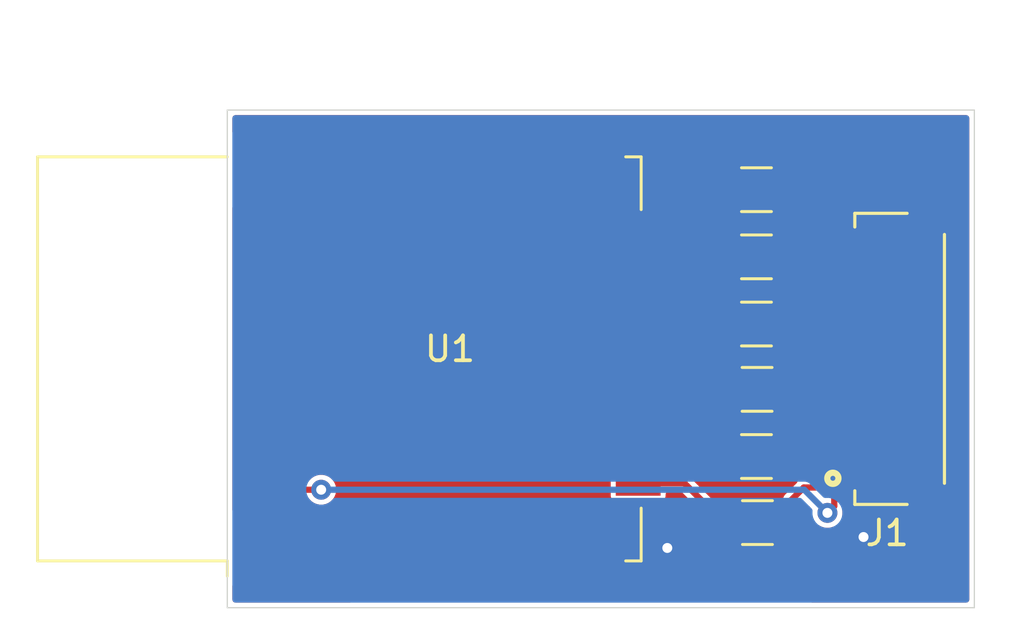
<source format=kicad_pcb>
(kicad_pcb (version 20171130) (host pcbnew "(5.1.6)-1")

  (general
    (thickness 0.8)
    (drawings 4)
    (tracks 61)
    (zones 0)
    (modules 8)
    (nets 17)
  )

  (page A4)
  (layers
    (0 F.Cu signal)
    (31 B.Cu signal)
    (32 B.Adhes user)
    (33 F.Adhes user)
    (34 B.Paste user)
    (35 F.Paste user)
    (36 B.SilkS user)
    (37 F.SilkS user)
    (38 B.Mask user)
    (39 F.Mask user)
    (40 Dwgs.User user)
    (41 Cmts.User user)
    (42 Eco1.User user)
    (43 Eco2.User user)
    (44 Edge.Cuts user)
    (45 Margin user)
    (46 B.CrtYd user)
    (47 F.CrtYd user)
    (48 B.Fab user)
    (49 F.Fab user)
  )

  (setup
    (last_trace_width 0.25)
    (user_trace_width 0.1524)
    (trace_clearance 0.2)
    (zone_clearance 0.1778)
    (zone_45_only no)
    (trace_min 0.1524)
    (via_size 0.8)
    (via_drill 0.4)
    (via_min_size 0.508)
    (via_min_drill 0.254)
    (uvia_size 0.3)
    (uvia_drill 0.1)
    (uvias_allowed no)
    (uvia_min_size 0.2)
    (uvia_min_drill 0.1)
    (edge_width 0.05)
    (segment_width 0.2)
    (pcb_text_width 0.3)
    (pcb_text_size 1.5 1.5)
    (mod_edge_width 0.12)
    (mod_text_size 1 1)
    (mod_text_width 0.15)
    (pad_size 1.524 1.524)
    (pad_drill 0.762)
    (pad_to_mask_clearance 0.05)
    (aux_axis_origin 0 0)
    (visible_elements 7FFFFFFF)
    (pcbplotparams
      (layerselection 0x010fc_ffffffff)
      (usegerberextensions false)
      (usegerberattributes true)
      (usegerberadvancedattributes true)
      (creategerberjobfile true)
      (excludeedgelayer true)
      (linewidth 0.100000)
      (plotframeref false)
      (viasonmask false)
      (mode 1)
      (useauxorigin false)
      (hpglpennumber 1)
      (hpglpenspeed 20)
      (hpglpendiameter 15.000000)
      (psnegative false)
      (psa4output false)
      (plotreference true)
      (plotvalue true)
      (plotinvisibletext false)
      (padsonsilk false)
      (subtractmaskfromsilk false)
      (outputformat 1)
      (mirror false)
      (drillshape 1)
      (scaleselection 1)
      (outputdirectory ""))
  )

  (net 0 "")
  (net 1 GND)
  (net 2 VCC)
  (net 3 "Net-(R1-Pad1)")
  (net 4 "Net-(R2-Pad1)")
  (net 5 "Net-(R3-Pad1)")
  (net 6 "Net-(R4-Pad1)")
  (net 7 "Net-(R5-Pad1)")
  (net 8 "Net-(R6-Pad1)")
  (net 9 /sd_d2)
  (net 10 /sd_d0)
  (net 11 /sd_cmd)
  (net 12 /~rst)
  (net 13 /en)
  (net 14 /sd_clk)
  (net 15 /sd_d1)
  (net 16 /sd_d3)

  (net_class Default "This is the default net class."
    (clearance 0.2)
    (trace_width 0.25)
    (via_dia 0.8)
    (via_drill 0.4)
    (uvia_dia 0.3)
    (uvia_drill 0.1)
    (add_net /en)
    (add_net /sd_clk)
    (add_net /sd_cmd)
    (add_net /sd_d0)
    (add_net /sd_d1)
    (add_net /sd_d2)
    (add_net /sd_d3)
    (add_net /~rst)
    (add_net GND)
    (add_net "Net-(R1-Pad1)")
    (add_net "Net-(R2-Pad1)")
    (add_net "Net-(R3-Pad1)")
    (add_net "Net-(R4-Pad1)")
    (add_net "Net-(R5-Pad1)")
    (add_net "Net-(R6-Pad1)")
    (add_net VCC)
  )

  (module Resistors_SMD:R_0805_HandSoldering (layer F.Cu) (tedit 58E0A804) (tstamp 5EF96F25)
    (at 121.25 83.9)
    (descr "Resistor SMD 0805, hand soldering")
    (tags "resistor 0805")
    (path /5EFACFCB)
    (attr smd)
    (fp_text reference R5 (at 0 -1.7) (layer F.SilkS) hide
      (effects (font (size 1 1) (thickness 0.15)))
    )
    (fp_text value 330 (at 0 1.75) (layer F.Fab)
      (effects (font (size 1 1) (thickness 0.15)))
    )
    (fp_line (start 2.35 0.9) (end -2.35 0.9) (layer F.CrtYd) (width 0.05))
    (fp_line (start 2.35 0.9) (end 2.35 -0.9) (layer F.CrtYd) (width 0.05))
    (fp_line (start -2.35 -0.9) (end -2.35 0.9) (layer F.CrtYd) (width 0.05))
    (fp_line (start -2.35 -0.9) (end 2.35 -0.9) (layer F.CrtYd) (width 0.05))
    (fp_line (start -0.6 -0.88) (end 0.6 -0.88) (layer F.SilkS) (width 0.12))
    (fp_line (start 0.6 0.88) (end -0.6 0.88) (layer F.SilkS) (width 0.12))
    (fp_line (start -1 -0.62) (end 1 -0.62) (layer F.Fab) (width 0.1))
    (fp_line (start 1 -0.62) (end 1 0.62) (layer F.Fab) (width 0.1))
    (fp_line (start 1 0.62) (end -1 0.62) (layer F.Fab) (width 0.1))
    (fp_line (start -1 0.62) (end -1 -0.62) (layer F.Fab) (width 0.1))
    (fp_text user %R (at 0 0) (layer F.Fab)
      (effects (font (size 0.5 0.5) (thickness 0.075)))
    )
    (pad 2 smd rect (at 1.35 0) (size 1.5 1.3) (layers F.Cu F.Paste F.Mask)
      (net 15 /sd_d1))
    (pad 1 smd rect (at -1.35 0) (size 1.5 1.3) (layers F.Cu F.Paste F.Mask)
      (net 7 "Net-(R5-Pad1)"))
    (model ${KISYS3DMOD}/Resistors_SMD.3dshapes/R_0805.wrl
      (at (xyz 0 0 0))
      (scale (xyz 1 1 1))
      (rotate (xyz 0 0 0))
    )
  )

  (module digikey:MOLEX_5034802000 (layer F.Cu) (tedit 5EF904F4) (tstamp 5EF96EBF)
    (at 125.5 88 90)
    (path /5EF97B3B)
    (fp_text reference J1 (at -7 1 180) (layer F.SilkS)
      (effects (font (size 1 1) (thickness 0.15)))
    )
    (fp_text value 5034802000 (at 7.874 5.461 90) (layer F.Fab)
      (effects (font (size 1.4 1.4) (thickness 0.015)))
    )
    (fp_line (start 5.85 -0.3) (end -5.85 -0.3) (layer F.Fab) (width 0.127))
    (fp_line (start -5.85 -0.3) (end -5.85 3.3) (layer F.Fab) (width 0.127))
    (fp_line (start -5.85 3.3) (end 5.85 3.3) (layer F.Fab) (width 0.127))
    (fp_line (start 5.85 3.3) (end 5.85 -0.3) (layer F.Fab) (width 0.127))
    (fp_line (start -5.3 -0.3) (end -5.85 -0.3) (layer F.SilkS) (width 0.127))
    (fp_line (start -5.85 -0.3) (end -5.85 1.8) (layer F.SilkS) (width 0.127))
    (fp_line (start -5 3.3) (end 5 3.3) (layer F.SilkS) (width 0.127))
    (fp_line (start 5.3 -0.3) (end 5.85 -0.3) (layer F.SilkS) (width 0.127))
    (fp_line (start 5.85 -0.3) (end 5.85 1.8) (layer F.SilkS) (width 0.127))
    (fp_circle (center -4.8 -1.181) (end -4.7 -1.181) (layer F.SilkS) (width 0.25))
    (fp_circle (center -4.8 -1.181) (end -4.7 -1.181) (layer F.Fab) (width 0.25))
    (fp_line (start -6.1 -0.95) (end 6.1 -0.95) (layer F.CrtYd) (width 0.05))
    (fp_line (start 6.1 -0.95) (end 6.1 3.55) (layer F.CrtYd) (width 0.05))
    (fp_line (start 6.1 3.55) (end -6.1 3.55) (layer F.CrtYd) (width 0.05))
    (fp_line (start -6.1 3.55) (end -6.1 -0.95) (layer F.CrtYd) (width 0.05))
    (fp_line (start 5.85 -0.7) (end -5.85 -0.7) (layer F.Fab) (width 0.127))
    (fp_line (start -5.85 -0.3) (end -5.85 -0.7) (layer F.Fab) (width 0.127))
    (fp_line (start 5.85 -0.3) (end 5.85 -0.7) (layer F.Fab) (width 0.127))
    (pad 10 smd rect (at -0.25 0 90) (size 0.3 0.7) (layers F.Cu F.Paste F.Mask)
      (net 9 /sd_d2))
    (pad 11 smd rect (at 0.25 0 90) (size 0.3 0.7) (layers F.Cu F.Paste F.Mask)
      (net 1 GND))
    (pad 9 smd rect (at -0.75 0 90) (size 0.3 0.7) (layers F.Cu F.Paste F.Mask)
      (net 1 GND))
    (pad 8 smd rect (at -1.25 0 90) (size 0.3 0.7) (layers F.Cu F.Paste F.Mask)
      (net 10 /sd_d0))
    (pad 6 smd rect (at -2.25 0 90) (size 0.3 0.7) (layers F.Cu F.Paste F.Mask)
      (net 11 /sd_cmd))
    (pad 7 smd rect (at -1.75 0 90) (size 0.3 0.7) (layers F.Cu F.Paste F.Mask)
      (net 1 GND))
    (pad 5 smd rect (at -2.75 0 90) (size 0.3 0.7) (layers F.Cu F.Paste F.Mask)
      (net 1 GND))
    (pad 4 smd rect (at -3.25 0 90) (size 0.3 0.7) (layers F.Cu F.Paste F.Mask)
      (net 12 /~rst))
    (pad 2 smd rect (at -4.25 0 90) (size 0.3 0.7) (layers F.Cu F.Paste F.Mask)
      (net 13 /en))
    (pad 3 smd rect (at -3.75 0 90) (size 0.3 0.7) (layers F.Cu F.Paste F.Mask)
      (net 1 GND))
    (pad 1 smd rect (at -4.75 0 90) (size 0.3 0.7) (layers F.Cu F.Paste F.Mask)
      (net 2 VCC))
    (pad 20 smd rect (at 4.75 0 90) (size 0.3 0.7) (layers F.Cu F.Paste F.Mask))
    (pad 19 smd rect (at 4.25 0 90) (size 0.3 0.7) (layers F.Cu F.Paste F.Mask)
      (net 1 GND))
    (pad 18 smd rect (at 3.75 0 90) (size 0.3 0.7) (layers F.Cu F.Paste F.Mask)
      (net 14 /sd_clk))
    (pad 16 smd rect (at 2.75 0 90) (size 0.3 0.7) (layers F.Cu F.Paste F.Mask)
      (net 15 /sd_d1))
    (pad 17 smd rect (at 3.25 0 90) (size 0.3 0.7) (layers F.Cu F.Paste F.Mask)
      (net 1 GND))
    (pad 15 smd rect (at 2.25 0 90) (size 0.3 0.7) (layers F.Cu F.Paste F.Mask)
      (net 1 GND))
    (pad 14 smd rect (at 1.75 0 90) (size 0.3 0.7) (layers F.Cu F.Paste F.Mask)
      (net 16 /sd_d3))
    (pad 12 smd rect (at 0.75 0 90) (size 0.3 0.7) (layers F.Cu F.Paste F.Mask))
    (pad 13 smd rect (at 1.25 0 90) (size 0.3 0.7) (layers F.Cu F.Paste F.Mask)
      (net 1 GND))
    (pad S1 smd rect (at -5.54 2.65 90) (size 0.3 1) (layers F.Cu F.Paste F.Mask)
      (net 1 GND))
    (pad S2 smd rect (at 5.54 2.65 90) (size 0.3 1) (layers F.Cu F.Paste F.Mask)
      (net 1 GND))
    (model C:/cygwin64/home/PAUL/kicad/5034802000.stp
      (offset (xyz 0 -3 0))
      (scale (xyz 1 1 1))
      (rotate (xyz -90 0 0))
    )
  )

  (module Resistors_SMD:R_0805_HandSoldering (layer F.Cu) (tedit 58E0A804) (tstamp 5EF96D96)
    (at 121.29 94.58)
    (descr "Resistor SMD 0805, hand soldering")
    (tags "resistor 0805")
    (path /5EFA075C)
    (attr smd)
    (fp_text reference R1 (at 0 -1.7) (layer F.SilkS) hide
      (effects (font (size 1 1) (thickness 0.15)))
    )
    (fp_text value 330 (at 0 1.75) (layer F.Fab)
      (effects (font (size 1 1) (thickness 0.15)))
    )
    (fp_line (start 2.35 0.9) (end -2.35 0.9) (layer F.CrtYd) (width 0.05))
    (fp_line (start 2.35 0.9) (end 2.35 -0.9) (layer F.CrtYd) (width 0.05))
    (fp_line (start -2.35 -0.9) (end -2.35 0.9) (layer F.CrtYd) (width 0.05))
    (fp_line (start -2.35 -0.9) (end 2.35 -0.9) (layer F.CrtYd) (width 0.05))
    (fp_line (start -0.6 -0.88) (end 0.6 -0.88) (layer F.SilkS) (width 0.12))
    (fp_line (start 0.6 0.88) (end -0.6 0.88) (layer F.SilkS) (width 0.12))
    (fp_line (start -1 -0.62) (end 1 -0.62) (layer F.Fab) (width 0.1))
    (fp_line (start 1 -0.62) (end 1 0.62) (layer F.Fab) (width 0.1))
    (fp_line (start 1 0.62) (end -1 0.62) (layer F.Fab) (width 0.1))
    (fp_line (start -1 0.62) (end -1 -0.62) (layer F.Fab) (width 0.1))
    (fp_text user %R (at 0 0) (layer F.Fab)
      (effects (font (size 0.5 0.5) (thickness 0.075)))
    )
    (pad 2 smd rect (at 1.35 0) (size 1.5 1.3) (layers F.Cu F.Paste F.Mask)
      (net 11 /sd_cmd))
    (pad 1 smd rect (at -1.35 0) (size 1.5 1.3) (layers F.Cu F.Paste F.Mask)
      (net 3 "Net-(R1-Pad1)"))
    (model ${KISYS3DMOD}/Resistors_SMD.3dshapes/R_0805.wrl
      (at (xyz 0 0 0))
      (scale (xyz 1 1 1))
      (rotate (xyz 0 0 0))
    )
  )

  (module Resistors_SMD:R_0805_HandSoldering (layer F.Cu) (tedit 58E0A804) (tstamp 5EF96D36)
    (at 121.25 91.925)
    (descr "Resistor SMD 0805, hand soldering")
    (tags "resistor 0805")
    (path /5EFAADFA)
    (attr smd)
    (fp_text reference R2 (at 0 -1.7) (layer F.SilkS) hide
      (effects (font (size 1 1) (thickness 0.15)))
    )
    (fp_text value 330 (at 0 1.75) (layer F.Fab)
      (effects (font (size 1 1) (thickness 0.15)))
    )
    (fp_line (start -1 0.62) (end -1 -0.62) (layer F.Fab) (width 0.1))
    (fp_line (start 1 0.62) (end -1 0.62) (layer F.Fab) (width 0.1))
    (fp_line (start 1 -0.62) (end 1 0.62) (layer F.Fab) (width 0.1))
    (fp_line (start -1 -0.62) (end 1 -0.62) (layer F.Fab) (width 0.1))
    (fp_line (start 0.6 0.88) (end -0.6 0.88) (layer F.SilkS) (width 0.12))
    (fp_line (start -0.6 -0.88) (end 0.6 -0.88) (layer F.SilkS) (width 0.12))
    (fp_line (start -2.35 -0.9) (end 2.35 -0.9) (layer F.CrtYd) (width 0.05))
    (fp_line (start -2.35 -0.9) (end -2.35 0.9) (layer F.CrtYd) (width 0.05))
    (fp_line (start 2.35 0.9) (end 2.35 -0.9) (layer F.CrtYd) (width 0.05))
    (fp_line (start 2.35 0.9) (end -2.35 0.9) (layer F.CrtYd) (width 0.05))
    (fp_text user %R (at 0 0) (layer F.Fab)
      (effects (font (size 0.5 0.5) (thickness 0.075)))
    )
    (pad 1 smd rect (at -1.35 0) (size 1.5 1.3) (layers F.Cu F.Paste F.Mask)
      (net 4 "Net-(R2-Pad1)"))
    (pad 2 smd rect (at 1.35 0) (size 1.5 1.3) (layers F.Cu F.Paste F.Mask)
      (net 10 /sd_d0))
    (model ${KISYS3DMOD}/Resistors_SMD.3dshapes/R_0805.wrl
      (at (xyz 0 0 0))
      (scale (xyz 1 1 1))
      (rotate (xyz 0 0 0))
    )
  )

  (module Resistors_SMD:R_0805_HandSoldering (layer F.Cu) (tedit 58E0A804) (tstamp 5EF96D06)
    (at 121.275 89.225)
    (descr "Resistor SMD 0805, hand soldering")
    (tags "resistor 0805")
    (path /5EFABE51)
    (attr smd)
    (fp_text reference R3 (at 0 -1.7) (layer F.SilkS) hide
      (effects (font (size 1 1) (thickness 0.15)))
    )
    (fp_text value 330 (at 0 1.75) (layer F.Fab)
      (effects (font (size 1 1) (thickness 0.15)))
    )
    (fp_line (start 2.35 0.9) (end -2.35 0.9) (layer F.CrtYd) (width 0.05))
    (fp_line (start 2.35 0.9) (end 2.35 -0.9) (layer F.CrtYd) (width 0.05))
    (fp_line (start -2.35 -0.9) (end -2.35 0.9) (layer F.CrtYd) (width 0.05))
    (fp_line (start -2.35 -0.9) (end 2.35 -0.9) (layer F.CrtYd) (width 0.05))
    (fp_line (start -0.6 -0.88) (end 0.6 -0.88) (layer F.SilkS) (width 0.12))
    (fp_line (start 0.6 0.88) (end -0.6 0.88) (layer F.SilkS) (width 0.12))
    (fp_line (start -1 -0.62) (end 1 -0.62) (layer F.Fab) (width 0.1))
    (fp_line (start 1 -0.62) (end 1 0.62) (layer F.Fab) (width 0.1))
    (fp_line (start 1 0.62) (end -1 0.62) (layer F.Fab) (width 0.1))
    (fp_line (start -1 0.62) (end -1 -0.62) (layer F.Fab) (width 0.1))
    (fp_text user %R (at 0 0) (layer F.Fab)
      (effects (font (size 0.5 0.5) (thickness 0.075)))
    )
    (pad 2 smd rect (at 1.35 0) (size 1.5 1.3) (layers F.Cu F.Paste F.Mask)
      (net 9 /sd_d2))
    (pad 1 smd rect (at -1.35 0) (size 1.5 1.3) (layers F.Cu F.Paste F.Mask)
      (net 5 "Net-(R3-Pad1)"))
    (model ${KISYS3DMOD}/Resistors_SMD.3dshapes/R_0805.wrl
      (at (xyz 0 0 0))
      (scale (xyz 1 1 1))
      (rotate (xyz 0 0 0))
    )
  )

  (module Resistors_SMD:R_0805_HandSoldering (layer F.Cu) (tedit 58E0A804) (tstamp 5EF96DC6)
    (at 121.25 86.6)
    (descr "Resistor SMD 0805, hand soldering")
    (tags "resistor 0805")
    (path /5EFACFC0)
    (attr smd)
    (fp_text reference R4 (at 0 -1.7) (layer F.SilkS) hide
      (effects (font (size 1 1) (thickness 0.15)))
    )
    (fp_text value 330 (at 0 1.75) (layer F.Fab)
      (effects (font (size 1 1) (thickness 0.15)))
    )
    (fp_line (start -1 0.62) (end -1 -0.62) (layer F.Fab) (width 0.1))
    (fp_line (start 1 0.62) (end -1 0.62) (layer F.Fab) (width 0.1))
    (fp_line (start 1 -0.62) (end 1 0.62) (layer F.Fab) (width 0.1))
    (fp_line (start -1 -0.62) (end 1 -0.62) (layer F.Fab) (width 0.1))
    (fp_line (start 0.6 0.88) (end -0.6 0.88) (layer F.SilkS) (width 0.12))
    (fp_line (start -0.6 -0.88) (end 0.6 -0.88) (layer F.SilkS) (width 0.12))
    (fp_line (start -2.35 -0.9) (end 2.35 -0.9) (layer F.CrtYd) (width 0.05))
    (fp_line (start -2.35 -0.9) (end -2.35 0.9) (layer F.CrtYd) (width 0.05))
    (fp_line (start 2.35 0.9) (end 2.35 -0.9) (layer F.CrtYd) (width 0.05))
    (fp_line (start 2.35 0.9) (end -2.35 0.9) (layer F.CrtYd) (width 0.05))
    (fp_text user %R (at 0 0) (layer F.Fab)
      (effects (font (size 0.5 0.5) (thickness 0.075)))
    )
    (pad 1 smd rect (at -1.35 0) (size 1.5 1.3) (layers F.Cu F.Paste F.Mask)
      (net 6 "Net-(R4-Pad1)"))
    (pad 2 smd rect (at 1.35 0) (size 1.5 1.3) (layers F.Cu F.Paste F.Mask)
      (net 16 /sd_d3))
    (model ${KISYS3DMOD}/Resistors_SMD.3dshapes/R_0805.wrl
      (at (xyz 0 0 0))
      (scale (xyz 1 1 1))
      (rotate (xyz 0 0 0))
    )
  )

  (module Resistors_SMD:R_0805_HandSoldering (layer F.Cu) (tedit 58E0A804) (tstamp 5EF9716C)
    (at 121.25 81.2)
    (descr "Resistor SMD 0805, hand soldering")
    (tags "resistor 0805")
    (path /5EFACFD6)
    (attr smd)
    (fp_text reference R6 (at 0 -1.7) (layer F.SilkS) hide
      (effects (font (size 1 1) (thickness 0.15)))
    )
    (fp_text value 330 (at 0 1.75) (layer F.Fab)
      (effects (font (size 1 1) (thickness 0.15)))
    )
    (fp_line (start -1 0.62) (end -1 -0.62) (layer F.Fab) (width 0.1))
    (fp_line (start 1 0.62) (end -1 0.62) (layer F.Fab) (width 0.1))
    (fp_line (start 1 -0.62) (end 1 0.62) (layer F.Fab) (width 0.1))
    (fp_line (start -1 -0.62) (end 1 -0.62) (layer F.Fab) (width 0.1))
    (fp_line (start 0.6 0.88) (end -0.6 0.88) (layer F.SilkS) (width 0.12))
    (fp_line (start -0.6 -0.88) (end 0.6 -0.88) (layer F.SilkS) (width 0.12))
    (fp_line (start -2.35 -0.9) (end 2.35 -0.9) (layer F.CrtYd) (width 0.05))
    (fp_line (start -2.35 -0.9) (end -2.35 0.9) (layer F.CrtYd) (width 0.05))
    (fp_line (start 2.35 0.9) (end 2.35 -0.9) (layer F.CrtYd) (width 0.05))
    (fp_line (start 2.35 0.9) (end -2.35 0.9) (layer F.CrtYd) (width 0.05))
    (fp_text user %R (at 0 0) (layer F.Fab)
      (effects (font (size 0.5 0.5) (thickness 0.075)))
    )
    (pad 1 smd rect (at -1.35 0) (size 1.5 1.3) (layers F.Cu F.Paste F.Mask)
      (net 8 "Net-(R6-Pad1)"))
    (pad 2 smd rect (at 1.35 0) (size 1.5 1.3) (layers F.Cu F.Paste F.Mask)
      (net 14 /sd_clk))
    (model ${KISYS3DMOD}/Resistors_SMD.3dshapes/R_0805.wrl
      (at (xyz 0 0 0))
      (scale (xyz 1 1 1))
      (rotate (xyz 0 0 0))
    )
  )

  (module RF_module:ESP-12E (layer F.Cu) (tedit 59E32322) (tstamp 5EFA77F4)
    (at 104.5 88 90)
    (descr "Wi-Fi Module, http://wiki.ai-thinker.com/_media/esp8266/docs/aithinker_esp_12f_datasheet_en.pdf")
    (tags "Wi-Fi Module")
    (path /5EFB64BC)
    (attr smd)
    (fp_text reference U1 (at 0.4 4.44 180) (layer F.SilkS)
      (effects (font (size 1 1) (thickness 0.15)))
    )
    (fp_text value ESP-12F (at -0.06 -12.78 90) (layer F.Fab)
      (effects (font (size 1 1) (thickness 0.15)))
    )
    (fp_line (start 5.56 -4.8) (end 8.12 -7.36) (layer Dwgs.User) (width 0.12))
    (fp_line (start 2.56 -4.8) (end 8.12 -10.36) (layer Dwgs.User) (width 0.12))
    (fp_line (start -0.44 -4.8) (end 6.88 -12.12) (layer Dwgs.User) (width 0.12))
    (fp_line (start -3.44 -4.8) (end 3.88 -12.12) (layer Dwgs.User) (width 0.12))
    (fp_line (start -6.44 -4.8) (end 0.88 -12.12) (layer Dwgs.User) (width 0.12))
    (fp_line (start -8.12 -6.12) (end -2.12 -12.12) (layer Dwgs.User) (width 0.12))
    (fp_line (start -8.12 -9.12) (end -5.12 -12.12) (layer Dwgs.User) (width 0.12))
    (fp_line (start -8.12 -4.8) (end -8.12 -12.12) (layer Dwgs.User) (width 0.12))
    (fp_line (start 8.12 -4.8) (end -8.12 -4.8) (layer Dwgs.User) (width 0.12))
    (fp_line (start 8.12 -12.12) (end 8.12 -4.8) (layer Dwgs.User) (width 0.12))
    (fp_line (start -8.12 -12.12) (end 8.12 -12.12) (layer Dwgs.User) (width 0.12))
    (fp_line (start -8.12 -4.5) (end -8.73 -4.5) (layer F.SilkS) (width 0.12))
    (fp_line (start -8.12 -4.5) (end -8.12 -12.12) (layer F.SilkS) (width 0.12))
    (fp_line (start -8.12 12.12) (end -8.12 11.5) (layer F.SilkS) (width 0.12))
    (fp_line (start -6 12.12) (end -8.12 12.12) (layer F.SilkS) (width 0.12))
    (fp_line (start 8.12 12.12) (end 6 12.12) (layer F.SilkS) (width 0.12))
    (fp_line (start 8.12 11.5) (end 8.12 12.12) (layer F.SilkS) (width 0.12))
    (fp_line (start 8.12 -12.12) (end 8.12 -4.5) (layer F.SilkS) (width 0.12))
    (fp_line (start -8.12 -12.12) (end 8.12 -12.12) (layer F.SilkS) (width 0.12))
    (fp_line (start -9.05 13.1) (end -9.05 -12.2) (layer F.CrtYd) (width 0.05))
    (fp_line (start 9.05 13.1) (end -9.05 13.1) (layer F.CrtYd) (width 0.05))
    (fp_line (start 9.05 -12.2) (end 9.05 13.1) (layer F.CrtYd) (width 0.05))
    (fp_line (start -9.05 -12.2) (end 9.05 -12.2) (layer F.CrtYd) (width 0.05))
    (fp_line (start -8 -4) (end -8 -12) (layer F.Fab) (width 0.12))
    (fp_line (start -7.5 -3.5) (end -8 -4) (layer F.Fab) (width 0.12))
    (fp_line (start -8 -3) (end -7.5 -3.5) (layer F.Fab) (width 0.12))
    (fp_line (start -8 12) (end -8 -3) (layer F.Fab) (width 0.12))
    (fp_line (start 8 12) (end -8 12) (layer F.Fab) (width 0.12))
    (fp_line (start 8 -12) (end 8 12) (layer F.Fab) (width 0.12))
    (fp_line (start -8 -12) (end 8 -12) (layer F.Fab) (width 0.12))
    (fp_text user %R (at 0.49 -0.8 90) (layer F.Fab)
      (effects (font (size 1 1) (thickness 0.15)))
    )
    (fp_text user "KEEP-OUT ZONE" (at 0.03 -9.55 270) (layer Cmts.User)
      (effects (font (size 1 1) (thickness 0.15)))
    )
    (fp_text user Antenna (at -0.06 -7 270) (layer Cmts.User)
      (effects (font (size 1 1) (thickness 0.15)))
    )
    (pad 22 smd rect (at 7.6 -3.5 90) (size 2.5 1) (layers F.Cu F.Paste F.Mask))
    (pad 21 smd rect (at 7.6 -1.5 90) (size 2.5 1) (layers F.Cu F.Paste F.Mask))
    (pad 20 smd rect (at 7.6 0.5 90) (size 2.5 1) (layers F.Cu F.Paste F.Mask))
    (pad 19 smd rect (at 7.6 2.5 90) (size 2.5 1) (layers F.Cu F.Paste F.Mask))
    (pad 18 smd rect (at 7.6 4.5 90) (size 2.5 1) (layers F.Cu F.Paste F.Mask))
    (pad 17 smd rect (at 7.6 6.5 90) (size 2.5 1) (layers F.Cu F.Paste F.Mask))
    (pad 16 smd rect (at 7.6 8.5 90) (size 2.5 1) (layers F.Cu F.Paste F.Mask))
    (pad 15 smd rect (at 7.6 10.5 90) (size 2.5 1) (layers F.Cu F.Paste F.Mask)
      (net 1 GND))
    (pad 14 smd rect (at 5 12 90) (size 1 1.8) (layers F.Cu F.Paste F.Mask)
      (net 8 "Net-(R6-Pad1)"))
    (pad 13 smd rect (at 3 12 90) (size 1 1.8) (layers F.Cu F.Paste F.Mask)
      (net 7 "Net-(R5-Pad1)"))
    (pad 12 smd rect (at 1 12 90) (size 1 1.8) (layers F.Cu F.Paste F.Mask)
      (net 6 "Net-(R4-Pad1)"))
    (pad 11 smd rect (at -1 12 90) (size 1 1.8) (layers F.Cu F.Paste F.Mask)
      (net 5 "Net-(R3-Pad1)"))
    (pad 10 smd rect (at -3 12 90) (size 1 1.8) (layers F.Cu F.Paste F.Mask)
      (net 4 "Net-(R2-Pad1)"))
    (pad 9 smd rect (at -5 12 90) (size 1 1.8) (layers F.Cu F.Paste F.Mask)
      (net 3 "Net-(R1-Pad1)"))
    (pad 8 smd rect (at -7.6 10.5 90) (size 2.5 1) (layers F.Cu F.Paste F.Mask)
      (net 2 VCC))
    (pad 7 smd rect (at -7.6 8.5 90) (size 2.5 1) (layers F.Cu F.Paste F.Mask))
    (pad 6 smd rect (at -7.6 6.5 90) (size 2.5 1) (layers F.Cu F.Paste F.Mask))
    (pad 5 smd rect (at -7.6 4.5 90) (size 2.5 1) (layers F.Cu F.Paste F.Mask))
    (pad 4 smd rect (at -7.6 2.5 90) (size 2.5 1) (layers F.Cu F.Paste F.Mask))
    (pad 3 smd rect (at -7.6 0.5 90) (size 2.5 1) (layers F.Cu F.Paste F.Mask)
      (net 13 /en))
    (pad 2 smd rect (at -7.6 -1.5 90) (size 2.5 1) (layers F.Cu F.Paste F.Mask))
    (pad 1 smd rect (at -7.6 -3.5 90) (size 2.5 1) (layers F.Cu F.Paste F.Mask)
      (net 12 /~rst))
    (model ${KISYS3DMOD}/RF_Modules.3dshapes/ESP-12E.wrl
      (at (xyz 0 0 0))
      (scale (xyz 1 1 1))
      (rotate (xyz 0 0 0))
    )
    (model ${KISYS3DMOD}/RF_Module.3dshapes/ESP-12E.wrl
      (at (xyz 0 0 0))
      (scale (xyz 1 1 1))
      (rotate (xyz 0 0 0))
    )
  )

  (gr_line (start 100 98) (end 100 78) (layer Edge.Cuts) (width 0.05) (tstamp 5EF9743D))
  (gr_line (start 130 98) (end 100 98) (layer Edge.Cuts) (width 0.05))
  (gr_line (start 130 78) (end 130 98) (layer Edge.Cuts) (width 0.05))
  (gr_line (start 100 78) (end 130 78) (layer Edge.Cuts) (width 0.05))

  (segment (start 122.7 88.25) (end 125.5 88.25) (width 0.25) (layer F.Cu) (net 9) (status 20))
  (segment (start 122.625 88.325) (end 122.7 88.25) (width 0.25) (layer F.Cu) (net 9))
  (segment (start 122.625 89.225) (end 122.625 88.325) (width 0.25) (layer F.Cu) (net 9) (status 10))
  (segment (start 122.6 91.564998) (end 124.914998 89.25) (width 0.25) (layer F.Cu) (net 10) (status 10))
  (segment (start 124.914998 89.25) (end 125.5 89.25) (width 0.25) (layer F.Cu) (net 10) (status 20))
  (segment (start 122.6 91.925) (end 122.6 91.564998) (width 0.25) (layer F.Cu) (net 10) (status 30))
  (segment (start 122.64 93.68) (end 123.15 93.17) (width 0.25) (layer F.Cu) (net 11))
  (segment (start 122.64 94.58) (end 122.64 93.68) (width 0.25) (layer F.Cu) (net 11) (status 10))
  (segment (start 123.924979 93.155021) (end 123.924979 91.235021) (width 0.25) (layer F.Cu) (net 11))
  (segment (start 123.15 93.17) (end 123.91 93.17) (width 0.25) (layer F.Cu) (net 11))
  (segment (start 123.91 93.17) (end 123.924979 93.155021) (width 0.25) (layer F.Cu) (net 11))
  (segment (start 124.91 90.25) (end 125.5 90.25) (width 0.25) (layer F.Cu) (net 11) (status 20))
  (segment (start 123.924979 91.235021) (end 124.91 90.25) (width 0.25) (layer F.Cu) (net 11))
  (segment (start 124.9 91.25) (end 124.374989 91.775011) (width 0.25) (layer F.Cu) (net 12))
  (segment (start 125.5 91.25) (end 124.9 91.25) (width 0.25) (layer F.Cu) (net 12) (status 10))
  (segment (start 124.374989 91.775011) (end 124.374989 93.91501) (width 0.25) (layer F.Cu) (net 12))
  (via (at 124.099999 94.19) (size 0.8) (drill 0.4) (layers F.Cu B.Cu) (net 12))
  (segment (start 124.374989 93.91501) (end 124.099999 94.19) (width 0.25) (layer F.Cu) (net 12))
  (via (at 103.77 93.26) (size 0.8) (drill 0.4) (layers F.Cu B.Cu) (net 12))
  (segment (start 124.099999 94.19) (end 123.169999 93.26) (width 0.25) (layer B.Cu) (net 12))
  (segment (start 123.169999 93.26) (end 103.77 93.26) (width 0.25) (layer B.Cu) (net 12))
  (segment (start 101 94.1) (end 101 95.6) (width 0.25) (layer F.Cu) (net 12) (status 20))
  (segment (start 101.84 93.26) (end 101 94.1) (width 0.25) (layer F.Cu) (net 12))
  (segment (start 103.77 93.26) (end 101.84 93.26) (width 0.25) (layer F.Cu) (net 12))
  (segment (start 105 97.1) (end 105.31 97.41) (width 0.25) (layer F.Cu) (net 13))
  (segment (start 105 95.6) (end 105 97.1) (width 0.25) (layer F.Cu) (net 13) (status 10))
  (segment (start 105.31 97.41) (end 123.1 97.41) (width 0.25) (layer F.Cu) (net 13))
  (segment (start 124.914998 92.25) (end 125.5 92.25) (width 0.25) (layer F.Cu) (net 13) (status 20))
  (segment (start 124.824999 92.339999) (end 124.914998 92.25) (width 0.25) (layer F.Cu) (net 13))
  (segment (start 124.824999 95.685001) (end 124.824999 92.339999) (width 0.25) (layer F.Cu) (net 13))
  (segment (start 123.1 97.41) (end 124.824999 95.685001) (width 0.25) (layer F.Cu) (net 13))
  (via (at 117.67 95.6) (size 0.8) (drill 0.4) (layers F.Cu B.Cu) (net 2))
  (segment (start 115 95.6) (end 117.67 95.6) (width 0.25) (layer F.Cu) (net 2) (status 10))
  (via (at 125.549999 95.16) (size 0.8) (drill 0.4) (layers F.Cu B.Cu) (net 2))
  (segment (start 117.67 95.6) (end 125.109999 95.6) (width 0.25) (layer B.Cu) (net 2))
  (segment (start 125.109999 95.6) (end 125.549999 95.16) (width 0.25) (layer B.Cu) (net 2))
  (segment (start 125.549999 92.799999) (end 125.5 92.75) (width 0.25) (layer F.Cu) (net 2) (status 30))
  (segment (start 125.549999 95.16) (end 125.549999 92.799999) (width 0.25) (layer F.Cu) (net 2) (status 20))
  (segment (start 122.6 83.9) (end 123.38 83.9) (width 0.25) (layer F.Cu) (net 15) (status 10))
  (segment (start 124.73 85.25) (end 125.5 85.25) (width 0.25) (layer F.Cu) (net 15) (status 20))
  (segment (start 123.38 83.9) (end 124.73 85.25) (width 0.25) (layer F.Cu) (net 15))
  (segment (start 122.95 86.25) (end 125.5 86.25) (width 0.25) (layer F.Cu) (net 16) (status 30))
  (segment (start 122.6 86.6) (end 122.95 86.25) (width 0.25) (layer F.Cu) (net 16) (status 30))
  (segment (start 118.36 93) (end 119.94 94.58) (width 0.25) (layer F.Cu) (net 3) (status 20))
  (segment (start 116.5 93) (end 118.36 93) (width 0.25) (layer F.Cu) (net 3) (status 10))
  (segment (start 118.975 91) (end 119.9 91.925) (width 0.25) (layer F.Cu) (net 4) (status 20))
  (segment (start 116.5 91) (end 118.975 91) (width 0.25) (layer F.Cu) (net 4) (status 10))
  (segment (start 119.7 89) (end 119.925 89.225) (width 0.25) (layer F.Cu) (net 5) (status 30))
  (segment (start 116.5 89) (end 119.7 89) (width 0.25) (layer F.Cu) (net 5) (status 30))
  (segment (start 119.5 87) (end 119.9 86.6) (width 0.25) (layer F.Cu) (net 6) (status 30))
  (segment (start 116.5 87) (end 119.5 87) (width 0.25) (layer F.Cu) (net 6) (status 30))
  (segment (start 118.8 85) (end 119.9 83.9) (width 0.25) (layer F.Cu) (net 7) (status 20))
  (segment (start 116.5 85) (end 118.8 85) (width 0.25) (layer F.Cu) (net 7) (status 10))
  (segment (start 116.5 83) (end 116.67 83) (width 0.25) (layer F.Cu) (net 8) (status 30))
  (segment (start 118.47 81.2) (end 119.9 81.2) (width 0.25) (layer F.Cu) (net 8) (status 20))
  (segment (start 116.67 83) (end 118.47 81.2) (width 0.25) (layer F.Cu) (net 8) (status 10))
  (segment (start 122.6 81.2) (end 123.39 81.2) (width 0.25) (layer F.Cu) (net 14) (status 10))
  (segment (start 123.39 81.2) (end 124.28 82.09) (width 0.25) (layer F.Cu) (net 14))
  (segment (start 124.914998 84.25) (end 125.5 84.25) (width 0.25) (layer F.Cu) (net 14) (status 20))
  (segment (start 124.28 83.615002) (end 124.914998 84.25) (width 0.25) (layer F.Cu) (net 14))
  (segment (start 124.28 82.09) (end 124.28 83.615002) (width 0.25) (layer F.Cu) (net 14))

  (zone (net 1) (net_name GND) (layer F.Cu) (tstamp 5EF9893A) (hatch edge 0.508)
    (connect_pads (clearance 0.1778))
    (min_thickness 0.254)
    (fill yes (arc_segments 32) (thermal_gap 0.508) (thermal_bridge_width 0.508))
    (polygon
      (pts
        (xy 132 99) (xy 91 99) (xy 91.5 76.5) (xy 132 76.5)
      )
    )
    (filled_polygon
      (pts
        (xy 129.670201 97.6702) (xy 123.479023 97.6702) (xy 125.128905 96.020319) (xy 125.146158 96.00616) (xy 125.202642 95.937334)
        (xy 125.244613 95.858811) (xy 125.246578 95.852333) (xy 125.254963 95.824691) (xy 125.337941 95.859062) (xy 125.478396 95.887)
        (xy 125.621602 95.887) (xy 125.762057 95.859062) (xy 125.894363 95.804259) (xy 126.013435 95.724698) (xy 126.114697 95.623436)
        (xy 126.194258 95.504364) (xy 126.249061 95.372058) (xy 126.276999 95.231603) (xy 126.276999 95.088397) (xy 126.249061 94.947942)
        (xy 126.194258 94.815636) (xy 126.114697 94.696564) (xy 126.013435 94.595302) (xy 126.001999 94.587661) (xy 126.001999 93.72175)
        (xy 127.015 93.72175) (xy 127.026723 93.826609) (xy 127.06535 93.945579) (xy 127.126445 94.054728) (xy 127.20766 94.14986)
        (xy 127.305874 94.22732) (xy 127.417312 94.284131) (xy 127.537692 94.318111) (xy 127.662388 94.327952) (xy 127.86425 94.325)
        (xy 128.023 94.16625) (xy 128.023 93.563) (xy 128.277 93.563) (xy 128.277 94.16625) (xy 128.43575 94.325)
        (xy 128.637612 94.327952) (xy 128.762308 94.318111) (xy 128.882688 94.284131) (xy 128.994126 94.22732) (xy 129.09234 94.14986)
        (xy 129.173555 94.054728) (xy 129.23465 93.945579) (xy 129.273277 93.826609) (xy 129.285 93.72175) (xy 129.12625 93.563)
        (xy 128.277 93.563) (xy 128.023 93.563) (xy 127.17375 93.563) (xy 127.015 93.72175) (xy 126.001999 93.72175)
        (xy 126.001999 93.35825) (xy 127.015 93.35825) (xy 127.17375 93.517) (xy 128.023 93.517) (xy 128.023 92.91375)
        (xy 128.277 92.91375) (xy 128.277 93.517) (xy 129.12625 93.517) (xy 129.285 93.35825) (xy 129.273277 93.253391)
        (xy 129.23465 93.134421) (xy 129.173555 93.025272) (xy 129.09234 92.93014) (xy 128.994126 92.85268) (xy 128.882688 92.795869)
        (xy 128.762308 92.761889) (xy 128.637612 92.752048) (xy 128.43575 92.755) (xy 128.277 92.91375) (xy 128.023 92.91375)
        (xy 127.86425 92.755) (xy 127.662388 92.752048) (xy 127.537692 92.761889) (xy 127.417312 92.795869) (xy 127.305874 92.85268)
        (xy 127.20766 92.93014) (xy 127.126445 93.025272) (xy 127.06535 93.134421) (xy 127.026723 93.253391) (xy 127.015 93.35825)
        (xy 126.001999 93.35825) (xy 126.001999 93.189536) (xy 126.03255 93.173206) (xy 126.082343 93.132343) (xy 126.123206 93.08255)
        (xy 126.15357 93.025743) (xy 126.172268 92.964103) (xy 126.178582 92.9) (xy 126.178582 92.6) (xy 126.172268 92.535897)
        (xy 126.161379 92.5) (xy 126.172268 92.464103) (xy 126.173869 92.447849) (xy 126.19178 92.438816) (xy 126.29033 92.361785)
        (xy 126.371959 92.267008) (xy 126.433529 92.158127) (xy 126.472675 92.039326) (xy 126.485 91.93175) (xy 126.32625 91.773)
        (xy 125.866061 91.773) (xy 125.85 91.771418) (xy 125.353 91.771418) (xy 125.353 91.728582) (xy 125.85 91.728582)
        (xy 125.866061 91.727) (xy 126.32625 91.727) (xy 126.485 91.56825) (xy 126.472675 91.460674) (xy 126.433529 91.341873)
        (xy 126.381577 91.25) (xy 126.433529 91.158127) (xy 126.472675 91.039326) (xy 126.485 90.93175) (xy 126.32625 90.773)
        (xy 125.866061 90.773) (xy 125.85 90.771418) (xy 125.353 90.771418) (xy 125.353 90.728582) (xy 125.85 90.728582)
        (xy 125.866061 90.727) (xy 126.32625 90.727) (xy 126.485 90.56825) (xy 126.472675 90.460674) (xy 126.433529 90.341873)
        (xy 126.381577 90.25) (xy 126.433529 90.158127) (xy 126.472675 90.039326) (xy 126.485 89.93175) (xy 126.32625 89.773)
        (xy 125.866061 89.773) (xy 125.85 89.771418) (xy 125.353 89.771418) (xy 125.353 89.728582) (xy 125.85 89.728582)
        (xy 125.866061 89.727) (xy 126.32625 89.727) (xy 126.485 89.56825) (xy 126.472675 89.460674) (xy 126.433529 89.341873)
        (xy 126.381577 89.25) (xy 126.433529 89.158127) (xy 126.472675 89.039326) (xy 126.485 88.93175) (xy 126.32625 88.773)
        (xy 125.866061 88.773) (xy 125.85 88.771418) (xy 125.15 88.771418) (xy 125.133939 88.773) (xy 124.67375 88.773)
        (xy 124.515 88.93175) (xy 124.523123 89.002651) (xy 123.703582 89.822192) (xy 123.703582 88.702) (xy 124.64875 88.702)
        (xy 124.67375 88.727) (xy 125.133939 88.727) (xy 125.15 88.728582) (xy 125.85 88.728582) (xy 125.866061 88.727)
        (xy 126.32625 88.727) (xy 126.485 88.56825) (xy 126.472675 88.460674) (xy 126.433529 88.341873) (xy 126.381577 88.25)
        (xy 126.433529 88.158127) (xy 126.472675 88.039326) (xy 126.485 87.93175) (xy 126.32625 87.773) (xy 125.866061 87.773)
        (xy 125.85 87.771418) (xy 125.15 87.771418) (xy 125.133939 87.773) (xy 124.67375 87.773) (xy 124.64875 87.798)
        (xy 122.722204 87.798) (xy 122.699999 87.795813) (xy 122.611393 87.80454) (xy 122.52619 87.830386) (xy 122.447667 87.872357)
        (xy 122.378841 87.928841) (xy 122.364677 87.9461) (xy 122.321096 87.989681) (xy 122.303842 88.003841) (xy 122.256782 88.061184)
        (xy 122.247358 88.072667) (xy 122.205386 88.151191) (xy 122.17954 88.236393) (xy 122.178553 88.246418) (xy 121.875 88.246418)
        (xy 121.810897 88.252732) (xy 121.749257 88.27143) (xy 121.69245 88.301794) (xy 121.642657 88.342657) (xy 121.601794 88.39245)
        (xy 121.57143 88.449257) (xy 121.552732 88.510897) (xy 121.546418 88.575) (xy 121.546418 89.875) (xy 121.552732 89.939103)
        (xy 121.57143 90.000743) (xy 121.601794 90.05755) (xy 121.642657 90.107343) (xy 121.69245 90.148206) (xy 121.749257 90.17857)
        (xy 121.810897 90.197268) (xy 121.875 90.203582) (xy 123.322193 90.203582) (xy 122.579357 90.946418) (xy 121.85 90.946418)
        (xy 121.785897 90.952732) (xy 121.724257 90.97143) (xy 121.66745 91.001794) (xy 121.617657 91.042657) (xy 121.576794 91.09245)
        (xy 121.54643 91.149257) (xy 121.527732 91.210897) (xy 121.521418 91.275) (xy 121.521418 92.575) (xy 121.527732 92.639103)
        (xy 121.54643 92.700743) (xy 121.576794 92.75755) (xy 121.617657 92.807343) (xy 121.66745 92.848206) (xy 121.724257 92.87857)
        (xy 121.785897 92.897268) (xy 121.85 92.903582) (xy 122.777194 92.903582) (xy 122.336096 93.344681) (xy 122.318842 93.358841)
        (xy 122.266735 93.422334) (xy 122.262358 93.427667) (xy 122.220386 93.506191) (xy 122.19454 93.591393) (xy 122.193553 93.601418)
        (xy 121.89 93.601418) (xy 121.825897 93.607732) (xy 121.764257 93.62643) (xy 121.70745 93.656794) (xy 121.657657 93.697657)
        (xy 121.616794 93.74745) (xy 121.58643 93.804257) (xy 121.567732 93.865897) (xy 121.561418 93.93) (xy 121.561418 95.23)
        (xy 121.567732 95.294103) (xy 121.58643 95.355743) (xy 121.616794 95.41255) (xy 121.657657 95.462343) (xy 121.70745 95.503206)
        (xy 121.764257 95.53357) (xy 121.825897 95.552268) (xy 121.89 95.558582) (xy 123.39 95.558582) (xy 123.454103 95.552268)
        (xy 123.515743 95.53357) (xy 123.57255 95.503206) (xy 123.622343 95.462343) (xy 123.663206 95.41255) (xy 123.69357 95.355743)
        (xy 123.712268 95.294103) (xy 123.718582 95.23) (xy 123.718582 94.809501) (xy 123.755635 94.834259) (xy 123.887941 94.889062)
        (xy 124.028396 94.917) (xy 124.171602 94.917) (xy 124.312057 94.889062) (xy 124.372999 94.863819) (xy 124.372999 95.497777)
        (xy 122.912777 96.958) (xy 115.808952 96.958) (xy 115.822268 96.914103) (xy 115.828582 96.85) (xy 115.828582 96.052)
        (xy 117.097661 96.052) (xy 117.105302 96.063436) (xy 117.206564 96.164698) (xy 117.325636 96.244259) (xy 117.457942 96.299062)
        (xy 117.598397 96.327) (xy 117.741603 96.327) (xy 117.882058 96.299062) (xy 118.014364 96.244259) (xy 118.133436 96.164698)
        (xy 118.234698 96.063436) (xy 118.314259 95.944364) (xy 118.369062 95.812058) (xy 118.397 95.671603) (xy 118.397 95.528397)
        (xy 118.369062 95.387942) (xy 118.314259 95.255636) (xy 118.234698 95.136564) (xy 118.133436 95.035302) (xy 118.014364 94.955741)
        (xy 117.882058 94.900938) (xy 117.741603 94.873) (xy 117.598397 94.873) (xy 117.457942 94.900938) (xy 117.325636 94.955741)
        (xy 117.206564 95.035302) (xy 117.105302 95.136564) (xy 117.097661 95.148) (xy 115.828582 95.148) (xy 115.828582 94.35)
        (xy 115.822268 94.285897) (xy 115.80357 94.224257) (xy 115.773206 94.16745) (xy 115.732343 94.117657) (xy 115.68255 94.076794)
        (xy 115.625743 94.04643) (xy 115.564103 94.027732) (xy 115.5 94.021418) (xy 114.5 94.021418) (xy 114.435897 94.027732)
        (xy 114.374257 94.04643) (xy 114.31745 94.076794) (xy 114.267657 94.117657) (xy 114.226794 94.16745) (xy 114.19643 94.224257)
        (xy 114.177732 94.285897) (xy 114.171418 94.35) (xy 114.171418 96.85) (xy 114.177732 96.914103) (xy 114.191048 96.958)
        (xy 113.808952 96.958) (xy 113.822268 96.914103) (xy 113.828582 96.85) (xy 113.828582 94.35) (xy 113.822268 94.285897)
        (xy 113.80357 94.224257) (xy 113.773206 94.16745) (xy 113.732343 94.117657) (xy 113.68255 94.076794) (xy 113.625743 94.04643)
        (xy 113.564103 94.027732) (xy 113.5 94.021418) (xy 112.5 94.021418) (xy 112.435897 94.027732) (xy 112.374257 94.04643)
        (xy 112.31745 94.076794) (xy 112.267657 94.117657) (xy 112.226794 94.16745) (xy 112.19643 94.224257) (xy 112.177732 94.285897)
        (xy 112.171418 94.35) (xy 112.171418 96.85) (xy 112.177732 96.914103) (xy 112.191048 96.958) (xy 111.808952 96.958)
        (xy 111.822268 96.914103) (xy 111.828582 96.85) (xy 111.828582 94.35) (xy 111.822268 94.285897) (xy 111.80357 94.224257)
        (xy 111.773206 94.16745) (xy 111.732343 94.117657) (xy 111.68255 94.076794) (xy 111.625743 94.04643) (xy 111.564103 94.027732)
        (xy 111.5 94.021418) (xy 110.5 94.021418) (xy 110.435897 94.027732) (xy 110.374257 94.04643) (xy 110.31745 94.076794)
        (xy 110.267657 94.117657) (xy 110.226794 94.16745) (xy 110.19643 94.224257) (xy 110.177732 94.285897) (xy 110.171418 94.35)
        (xy 110.171418 96.85) (xy 110.177732 96.914103) (xy 110.191048 96.958) (xy 109.808952 96.958) (xy 109.822268 96.914103)
        (xy 109.828582 96.85) (xy 109.828582 94.35) (xy 109.822268 94.285897) (xy 109.80357 94.224257) (xy 109.773206 94.16745)
        (xy 109.732343 94.117657) (xy 109.68255 94.076794) (xy 109.625743 94.04643) (xy 109.564103 94.027732) (xy 109.5 94.021418)
        (xy 108.5 94.021418) (xy 108.435897 94.027732) (xy 108.374257 94.04643) (xy 108.31745 94.076794) (xy 108.267657 94.117657)
        (xy 108.226794 94.16745) (xy 108.19643 94.224257) (xy 108.177732 94.285897) (xy 108.171418 94.35) (xy 108.171418 96.85)
        (xy 108.177732 96.914103) (xy 108.191048 96.958) (xy 107.808952 96.958) (xy 107.822268 96.914103) (xy 107.828582 96.85)
        (xy 107.828582 94.35) (xy 107.822268 94.285897) (xy 107.80357 94.224257) (xy 107.773206 94.16745) (xy 107.732343 94.117657)
        (xy 107.68255 94.076794) (xy 107.625743 94.04643) (xy 107.564103 94.027732) (xy 107.5 94.021418) (xy 106.5 94.021418)
        (xy 106.435897 94.027732) (xy 106.374257 94.04643) (xy 106.31745 94.076794) (xy 106.267657 94.117657) (xy 106.226794 94.16745)
        (xy 106.19643 94.224257) (xy 106.177732 94.285897) (xy 106.171418 94.35) (xy 106.171418 96.85) (xy 106.177732 96.914103)
        (xy 106.191048 96.958) (xy 105.808952 96.958) (xy 105.822268 96.914103) (xy 105.828582 96.85) (xy 105.828582 94.35)
        (xy 105.822268 94.285897) (xy 105.80357 94.224257) (xy 105.773206 94.16745) (xy 105.732343 94.117657) (xy 105.68255 94.076794)
        (xy 105.625743 94.04643) (xy 105.564103 94.027732) (xy 105.5 94.021418) (xy 104.5 94.021418) (xy 104.435897 94.027732)
        (xy 104.374257 94.04643) (xy 104.31745 94.076794) (xy 104.267657 94.117657) (xy 104.226794 94.16745) (xy 104.19643 94.224257)
        (xy 104.177732 94.285897) (xy 104.171418 94.35) (xy 104.171418 96.85) (xy 104.177732 96.914103) (xy 104.19643 96.975743)
        (xy 104.226794 97.03255) (xy 104.267657 97.082343) (xy 104.31745 97.123206) (xy 104.374257 97.15357) (xy 104.435897 97.172268)
        (xy 104.5 97.178582) (xy 104.553553 97.178582) (xy 104.55454 97.188607) (xy 104.580386 97.273809) (xy 104.580387 97.27381)
        (xy 104.622358 97.352333) (xy 104.678842 97.421159) (xy 104.696095 97.435318) (xy 104.930975 97.6702) (xy 100.3298 97.6702)
        (xy 100.3298 97.129807) (xy 100.374257 97.15357) (xy 100.435897 97.172268) (xy 100.5 97.178582) (xy 101.5 97.178582)
        (xy 101.564103 97.172268) (xy 101.625743 97.15357) (xy 101.68255 97.123206) (xy 101.732343 97.082343) (xy 101.773206 97.03255)
        (xy 101.80357 96.975743) (xy 101.822268 96.914103) (xy 101.828582 96.85) (xy 101.828582 94.35) (xy 102.171418 94.35)
        (xy 102.171418 96.85) (xy 102.177732 96.914103) (xy 102.19643 96.975743) (xy 102.226794 97.03255) (xy 102.267657 97.082343)
        (xy 102.31745 97.123206) (xy 102.374257 97.15357) (xy 102.435897 97.172268) (xy 102.5 97.178582) (xy 103.5 97.178582)
        (xy 103.564103 97.172268) (xy 103.625743 97.15357) (xy 103.68255 97.123206) (xy 103.732343 97.082343) (xy 103.773206 97.03255)
        (xy 103.80357 96.975743) (xy 103.822268 96.914103) (xy 103.828582 96.85) (xy 103.828582 94.35) (xy 103.822268 94.285897)
        (xy 103.80357 94.224257) (xy 103.773206 94.16745) (xy 103.732343 94.117657) (xy 103.68255 94.076794) (xy 103.625743 94.04643)
        (xy 103.564103 94.027732) (xy 103.5 94.021418) (xy 102.5 94.021418) (xy 102.435897 94.027732) (xy 102.374257 94.04643)
        (xy 102.31745 94.076794) (xy 102.267657 94.117657) (xy 102.226794 94.16745) (xy 102.19643 94.224257) (xy 102.177732 94.285897)
        (xy 102.171418 94.35) (xy 101.828582 94.35) (xy 101.822268 94.285897) (xy 101.80357 94.224257) (xy 101.773206 94.16745)
        (xy 101.732343 94.117657) (xy 101.68255 94.076794) (xy 101.669438 94.069786) (xy 102.027225 93.712) (xy 103.197661 93.712)
        (xy 103.205302 93.723436) (xy 103.306564 93.824698) (xy 103.425636 93.904259) (xy 103.557942 93.959062) (xy 103.698397 93.987)
        (xy 103.841603 93.987) (xy 103.982058 93.959062) (xy 104.114364 93.904259) (xy 104.233436 93.824698) (xy 104.334698 93.723436)
        (xy 104.414259 93.604364) (xy 104.469062 93.472058) (xy 104.497 93.331603) (xy 104.497 93.188397) (xy 104.469062 93.047942)
        (xy 104.414259 92.915636) (xy 104.334698 92.796564) (xy 104.233436 92.695302) (xy 104.114364 92.615741) (xy 103.982058 92.560938)
        (xy 103.841603 92.533) (xy 103.698397 92.533) (xy 103.557942 92.560938) (xy 103.425636 92.615741) (xy 103.306564 92.695302)
        (xy 103.205302 92.796564) (xy 103.197661 92.808) (xy 101.862204 92.808) (xy 101.839999 92.805813) (xy 101.751392 92.81454)
        (xy 101.734356 92.819708) (xy 101.66619 92.840386) (xy 101.587667 92.882357) (xy 101.518841 92.938841) (xy 101.504685 92.95609)
        (xy 100.6961 93.764677) (xy 100.678841 93.778841) (xy 100.622357 93.847668) (xy 100.60182 93.88609) (xy 100.580386 93.926191)
        (xy 100.55454 94.011393) (xy 100.553553 94.021418) (xy 100.5 94.021418) (xy 100.435897 94.027732) (xy 100.374257 94.04643)
        (xy 100.3298 94.070193) (xy 100.3298 92.5) (xy 115.271418 92.5) (xy 115.271418 93.5) (xy 115.277732 93.564103)
        (xy 115.29643 93.625743) (xy 115.326794 93.68255) (xy 115.367657 93.732343) (xy 115.41745 93.773206) (xy 115.474257 93.80357)
        (xy 115.535897 93.822268) (xy 115.6 93.828582) (xy 117.4 93.828582) (xy 117.464103 93.822268) (xy 117.525743 93.80357)
        (xy 117.58255 93.773206) (xy 117.632343 93.732343) (xy 117.673206 93.68255) (xy 117.70357 93.625743) (xy 117.722268 93.564103)
        (xy 117.728582 93.5) (xy 117.728582 93.452) (xy 118.172777 93.452) (xy 118.861418 94.140642) (xy 118.861418 95.23)
        (xy 118.867732 95.294103) (xy 118.88643 95.355743) (xy 118.916794 95.41255) (xy 118.957657 95.462343) (xy 119.00745 95.503206)
        (xy 119.064257 95.53357) (xy 119.125897 95.552268) (xy 119.19 95.558582) (xy 120.69 95.558582) (xy 120.754103 95.552268)
        (xy 120.815743 95.53357) (xy 120.87255 95.503206) (xy 120.922343 95.462343) (xy 120.963206 95.41255) (xy 120.99357 95.355743)
        (xy 121.012268 95.294103) (xy 121.018582 95.23) (xy 121.018582 93.93) (xy 121.012268 93.865897) (xy 120.99357 93.804257)
        (xy 120.963206 93.74745) (xy 120.922343 93.697657) (xy 120.87255 93.656794) (xy 120.815743 93.62643) (xy 120.754103 93.607732)
        (xy 120.69 93.601418) (xy 119.600642 93.601418) (xy 118.695323 92.6961) (xy 118.681159 92.678841) (xy 118.612333 92.622357)
        (xy 118.53381 92.580386) (xy 118.448607 92.55454) (xy 118.382205 92.548) (xy 118.36 92.545813) (xy 118.337795 92.548)
        (xy 117.728582 92.548) (xy 117.728582 92.5) (xy 117.722268 92.435897) (xy 117.70357 92.374257) (xy 117.673206 92.31745)
        (xy 117.632343 92.267657) (xy 117.58255 92.226794) (xy 117.525743 92.19643) (xy 117.464103 92.177732) (xy 117.4 92.171418)
        (xy 115.6 92.171418) (xy 115.535897 92.177732) (xy 115.474257 92.19643) (xy 115.41745 92.226794) (xy 115.367657 92.267657)
        (xy 115.326794 92.31745) (xy 115.29643 92.374257) (xy 115.277732 92.435897) (xy 115.271418 92.5) (xy 100.3298 92.5)
        (xy 100.3298 90.5) (xy 115.271418 90.5) (xy 115.271418 91.5) (xy 115.277732 91.564103) (xy 115.29643 91.625743)
        (xy 115.326794 91.68255) (xy 115.367657 91.732343) (xy 115.41745 91.773206) (xy 115.474257 91.80357) (xy 115.535897 91.822268)
        (xy 115.6 91.828582) (xy 117.4 91.828582) (xy 117.464103 91.822268) (xy 117.525743 91.80357) (xy 117.58255 91.773206)
        (xy 117.632343 91.732343) (xy 117.673206 91.68255) (xy 117.70357 91.625743) (xy 117.722268 91.564103) (xy 117.728582 91.5)
        (xy 117.728582 91.452) (xy 118.787777 91.452) (xy 118.821418 91.485641) (xy 118.821418 92.575) (xy 118.827732 92.639103)
        (xy 118.84643 92.700743) (xy 118.876794 92.75755) (xy 118.917657 92.807343) (xy 118.96745 92.848206) (xy 119.024257 92.87857)
        (xy 119.085897 92.897268) (xy 119.15 92.903582) (xy 120.65 92.903582) (xy 120.714103 92.897268) (xy 120.775743 92.87857)
        (xy 120.83255 92.848206) (xy 120.882343 92.807343) (xy 120.923206 92.75755) (xy 120.95357 92.700743) (xy 120.972268 92.639103)
        (xy 120.978582 92.575) (xy 120.978582 91.275) (xy 120.972268 91.210897) (xy 120.95357 91.149257) (xy 120.923206 91.09245)
        (xy 120.882343 91.042657) (xy 120.83255 91.001794) (xy 120.775743 90.97143) (xy 120.714103 90.952732) (xy 120.65 90.946418)
        (xy 119.560641 90.946418) (xy 119.310323 90.6961) (xy 119.296159 90.678841) (xy 119.227333 90.622357) (xy 119.14881 90.580386)
        (xy 119.063607 90.55454) (xy 118.997205 90.548) (xy 118.975 90.545813) (xy 118.952795 90.548) (xy 117.728582 90.548)
        (xy 117.728582 90.5) (xy 117.722268 90.435897) (xy 117.70357 90.374257) (xy 117.673206 90.31745) (xy 117.632343 90.267657)
        (xy 117.58255 90.226794) (xy 117.525743 90.19643) (xy 117.464103 90.177732) (xy 117.4 90.171418) (xy 115.6 90.171418)
        (xy 115.535897 90.177732) (xy 115.474257 90.19643) (xy 115.41745 90.226794) (xy 115.367657 90.267657) (xy 115.326794 90.31745)
        (xy 115.29643 90.374257) (xy 115.277732 90.435897) (xy 115.271418 90.5) (xy 100.3298 90.5) (xy 100.3298 88.5)
        (xy 115.271418 88.5) (xy 115.271418 89.5) (xy 115.277732 89.564103) (xy 115.29643 89.625743) (xy 115.326794 89.68255)
        (xy 115.367657 89.732343) (xy 115.41745 89.773206) (xy 115.474257 89.80357) (xy 115.535897 89.822268) (xy 115.6 89.828582)
        (xy 117.4 89.828582) (xy 117.464103 89.822268) (xy 117.525743 89.80357) (xy 117.58255 89.773206) (xy 117.632343 89.732343)
        (xy 117.673206 89.68255) (xy 117.70357 89.625743) (xy 117.722268 89.564103) (xy 117.728582 89.5) (xy 117.728582 89.452)
        (xy 118.846418 89.452) (xy 118.846418 89.875) (xy 118.852732 89.939103) (xy 118.87143 90.000743) (xy 118.901794 90.05755)
        (xy 118.942657 90.107343) (xy 118.99245 90.148206) (xy 119.049257 90.17857) (xy 119.110897 90.197268) (xy 119.175 90.203582)
        (xy 120.675 90.203582) (xy 120.739103 90.197268) (xy 120.800743 90.17857) (xy 120.85755 90.148206) (xy 120.907343 90.107343)
        (xy 120.948206 90.05755) (xy 120.97857 90.000743) (xy 120.997268 89.939103) (xy 121.003582 89.875) (xy 121.003582 88.575)
        (xy 120.997268 88.510897) (xy 120.97857 88.449257) (xy 120.948206 88.39245) (xy 120.907343 88.342657) (xy 120.85755 88.301794)
        (xy 120.800743 88.27143) (xy 120.739103 88.252732) (xy 120.675 88.246418) (xy 119.175 88.246418) (xy 119.110897 88.252732)
        (xy 119.049257 88.27143) (xy 118.99245 88.301794) (xy 118.942657 88.342657) (xy 118.901794 88.39245) (xy 118.87143 88.449257)
        (xy 118.852732 88.510897) (xy 118.849077 88.548) (xy 117.728582 88.548) (xy 117.728582 88.5) (xy 117.722268 88.435897)
        (xy 117.70357 88.374257) (xy 117.673206 88.31745) (xy 117.632343 88.267657) (xy 117.58255 88.226794) (xy 117.525743 88.19643)
        (xy 117.464103 88.177732) (xy 117.4 88.171418) (xy 115.6 88.171418) (xy 115.535897 88.177732) (xy 115.474257 88.19643)
        (xy 115.41745 88.226794) (xy 115.367657 88.267657) (xy 115.326794 88.31745) (xy 115.29643 88.374257) (xy 115.277732 88.435897)
        (xy 115.271418 88.5) (xy 100.3298 88.5) (xy 100.3298 86.5) (xy 115.271418 86.5) (xy 115.271418 87.5)
        (xy 115.277732 87.564103) (xy 115.29643 87.625743) (xy 115.326794 87.68255) (xy 115.367657 87.732343) (xy 115.41745 87.773206)
        (xy 115.474257 87.80357) (xy 115.535897 87.822268) (xy 115.6 87.828582) (xy 117.4 87.828582) (xy 117.464103 87.822268)
        (xy 117.525743 87.80357) (xy 117.58255 87.773206) (xy 117.632343 87.732343) (xy 117.673206 87.68255) (xy 117.70357 87.625743)
        (xy 117.722268 87.564103) (xy 117.728582 87.5) (xy 117.728582 87.452) (xy 118.892756 87.452) (xy 118.917657 87.482343)
        (xy 118.96745 87.523206) (xy 119.024257 87.55357) (xy 119.085897 87.572268) (xy 119.15 87.578582) (xy 120.65 87.578582)
        (xy 120.714103 87.572268) (xy 120.775743 87.55357) (xy 120.83255 87.523206) (xy 120.882343 87.482343) (xy 120.923206 87.43255)
        (xy 120.95357 87.375743) (xy 120.972268 87.314103) (xy 120.978582 87.25) (xy 120.978582 85.95) (xy 121.521418 85.95)
        (xy 121.521418 87.25) (xy 121.527732 87.314103) (xy 121.54643 87.375743) (xy 121.576794 87.43255) (xy 121.617657 87.482343)
        (xy 121.66745 87.523206) (xy 121.724257 87.55357) (xy 121.785897 87.572268) (xy 121.85 87.578582) (xy 123.35 87.578582)
        (xy 123.414103 87.572268) (xy 123.475743 87.55357) (xy 123.53255 87.523206) (xy 123.582343 87.482343) (xy 123.623206 87.43255)
        (xy 123.65357 87.375743) (xy 123.672268 87.314103) (xy 123.678582 87.25) (xy 123.678582 86.93175) (xy 124.515 86.93175)
        (xy 124.527325 87.039326) (xy 124.566471 87.158127) (xy 124.618423 87.25) (xy 124.566471 87.341873) (xy 124.527325 87.460674)
        (xy 124.515 87.56825) (xy 124.67375 87.727) (xy 125.133939 87.727) (xy 125.15 87.728582) (xy 125.85 87.728582)
        (xy 125.866061 87.727) (xy 126.32625 87.727) (xy 126.485 87.56825) (xy 126.472675 87.460674) (xy 126.433529 87.341873)
        (xy 126.381577 87.25) (xy 126.433529 87.158127) (xy 126.472675 87.039326) (xy 126.485 86.93175) (xy 126.32625 86.773)
        (xy 125.866061 86.773) (xy 125.85 86.771418) (xy 125.15 86.771418) (xy 125.133939 86.773) (xy 124.67375 86.773)
        (xy 124.515 86.93175) (xy 123.678582 86.93175) (xy 123.678582 86.702) (xy 124.64875 86.702) (xy 124.67375 86.727)
        (xy 125.133939 86.727) (xy 125.15 86.728582) (xy 125.85 86.728582) (xy 125.866061 86.727) (xy 126.32625 86.727)
        (xy 126.485 86.56825) (xy 126.472675 86.460674) (xy 126.433529 86.341873) (xy 126.381577 86.25) (xy 126.433529 86.158127)
        (xy 126.472675 86.039326) (xy 126.485 85.93175) (xy 126.32625 85.773) (xy 125.866061 85.773) (xy 125.85 85.771418)
        (xy 125.15 85.771418) (xy 125.133939 85.773) (xy 124.67375 85.773) (xy 124.64875 85.798) (xy 123.639535 85.798)
        (xy 123.623206 85.76745) (xy 123.582343 85.717657) (xy 123.53255 85.676794) (xy 123.475743 85.64643) (xy 123.414103 85.627732)
        (xy 123.35 85.621418) (xy 121.85 85.621418) (xy 121.785897 85.627732) (xy 121.724257 85.64643) (xy 121.66745 85.676794)
        (xy 121.617657 85.717657) (xy 121.576794 85.76745) (xy 121.54643 85.824257) (xy 121.527732 85.885897) (xy 121.521418 85.95)
        (xy 120.978582 85.95) (xy 120.972268 85.885897) (xy 120.95357 85.824257) (xy 120.923206 85.76745) (xy 120.882343 85.717657)
        (xy 120.83255 85.676794) (xy 120.775743 85.64643) (xy 120.714103 85.627732) (xy 120.65 85.621418) (xy 119.15 85.621418)
        (xy 119.085897 85.627732) (xy 119.024257 85.64643) (xy 118.96745 85.676794) (xy 118.917657 85.717657) (xy 118.876794 85.76745)
        (xy 118.84643 85.824257) (xy 118.827732 85.885897) (xy 118.821418 85.95) (xy 118.821418 86.548) (xy 117.728582 86.548)
        (xy 117.728582 86.5) (xy 117.722268 86.435897) (xy 117.70357 86.374257) (xy 117.673206 86.31745) (xy 117.632343 86.267657)
        (xy 117.58255 86.226794) (xy 117.525743 86.19643) (xy 117.464103 86.177732) (xy 117.4 86.171418) (xy 115.6 86.171418)
        (xy 115.535897 86.177732) (xy 115.474257 86.19643) (xy 115.41745 86.226794) (xy 115.367657 86.267657) (xy 115.326794 86.31745)
        (xy 115.29643 86.374257) (xy 115.277732 86.435897) (xy 115.271418 86.5) (xy 100.3298 86.5) (xy 100.3298 84.5)
        (xy 115.271418 84.5) (xy 115.271418 85.5) (xy 115.277732 85.564103) (xy 115.29643 85.625743) (xy 115.326794 85.68255)
        (xy 115.367657 85.732343) (xy 115.41745 85.773206) (xy 115.474257 85.80357) (xy 115.535897 85.822268) (xy 115.6 85.828582)
        (xy 117.4 85.828582) (xy 117.464103 85.822268) (xy 117.525743 85.80357) (xy 117.58255 85.773206) (xy 117.632343 85.732343)
        (xy 117.673206 85.68255) (xy 117.70357 85.625743) (xy 117.722268 85.564103) (xy 117.728582 85.5) (xy 117.728582 85.452)
        (xy 118.777795 85.452) (xy 118.8 85.454187) (xy 118.822205 85.452) (xy 118.888607 85.44546) (xy 118.97381 85.419614)
        (xy 119.052333 85.377643) (xy 119.121159 85.321159) (xy 119.135323 85.3039) (xy 119.560641 84.878582) (xy 120.65 84.878582)
        (xy 120.714103 84.872268) (xy 120.775743 84.85357) (xy 120.83255 84.823206) (xy 120.882343 84.782343) (xy 120.923206 84.73255)
        (xy 120.95357 84.675743) (xy 120.972268 84.614103) (xy 120.978582 84.55) (xy 120.978582 83.25) (xy 120.972268 83.185897)
        (xy 120.95357 83.124257) (xy 120.923206 83.06745) (xy 120.882343 83.017657) (xy 120.83255 82.976794) (xy 120.775743 82.94643)
        (xy 120.714103 82.927732) (xy 120.65 82.921418) (xy 119.15 82.921418) (xy 119.085897 82.927732) (xy 119.024257 82.94643)
        (xy 118.96745 82.976794) (xy 118.917657 83.017657) (xy 118.876794 83.06745) (xy 118.84643 83.124257) (xy 118.827732 83.185897)
        (xy 118.821418 83.25) (xy 118.821418 84.339359) (xy 118.612777 84.548) (xy 117.728582 84.548) (xy 117.728582 84.5)
        (xy 117.722268 84.435897) (xy 117.70357 84.374257) (xy 117.673206 84.31745) (xy 117.632343 84.267657) (xy 117.58255 84.226794)
        (xy 117.525743 84.19643) (xy 117.464103 84.177732) (xy 117.4 84.171418) (xy 115.6 84.171418) (xy 115.535897 84.177732)
        (xy 115.474257 84.19643) (xy 115.41745 84.226794) (xy 115.367657 84.267657) (xy 115.326794 84.31745) (xy 115.29643 84.374257)
        (xy 115.277732 84.435897) (xy 115.271418 84.5) (xy 100.3298 84.5) (xy 100.3298 81.929807) (xy 100.374257 81.95357)
        (xy 100.435897 81.972268) (xy 100.5 81.978582) (xy 101.5 81.978582) (xy 101.564103 81.972268) (xy 101.625743 81.95357)
        (xy 101.68255 81.923206) (xy 101.732343 81.882343) (xy 101.773206 81.83255) (xy 101.80357 81.775743) (xy 101.822268 81.714103)
        (xy 101.828582 81.65) (xy 101.828582 79.15) (xy 102.171418 79.15) (xy 102.171418 81.65) (xy 102.177732 81.714103)
        (xy 102.19643 81.775743) (xy 102.226794 81.83255) (xy 102.267657 81.882343) (xy 102.31745 81.923206) (xy 102.374257 81.95357)
        (xy 102.435897 81.972268) (xy 102.5 81.978582) (xy 103.5 81.978582) (xy 103.564103 81.972268) (xy 103.625743 81.95357)
        (xy 103.68255 81.923206) (xy 103.732343 81.882343) (xy 103.773206 81.83255) (xy 103.80357 81.775743) (xy 103.822268 81.714103)
        (xy 103.828582 81.65) (xy 103.828582 79.15) (xy 104.171418 79.15) (xy 104.171418 81.65) (xy 104.177732 81.714103)
        (xy 104.19643 81.775743) (xy 104.226794 81.83255) (xy 104.267657 81.882343) (xy 104.31745 81.923206) (xy 104.374257 81.95357)
        (xy 104.435897 81.972268) (xy 104.5 81.978582) (xy 105.5 81.978582) (xy 105.564103 81.972268) (xy 105.625743 81.95357)
        (xy 105.68255 81.923206) (xy 105.732343 81.882343) (xy 105.773206 81.83255) (xy 105.80357 81.775743) (xy 105.822268 81.714103)
        (xy 105.828582 81.65) (xy 105.828582 79.15) (xy 106.171418 79.15) (xy 106.171418 81.65) (xy 106.177732 81.714103)
        (xy 106.19643 81.775743) (xy 106.226794 81.83255) (xy 106.267657 81.882343) (xy 106.31745 81.923206) (xy 106.374257 81.95357)
        (xy 106.435897 81.972268) (xy 106.5 81.978582) (xy 107.5 81.978582) (xy 107.564103 81.972268) (xy 107.625743 81.95357)
        (xy 107.68255 81.923206) (xy 107.732343 81.882343) (xy 107.773206 81.83255) (xy 107.80357 81.775743) (xy 107.822268 81.714103)
        (xy 107.828582 81.65) (xy 107.828582 79.15) (xy 108.171418 79.15) (xy 108.171418 81.65) (xy 108.177732 81.714103)
        (xy 108.19643 81.775743) (xy 108.226794 81.83255) (xy 108.267657 81.882343) (xy 108.31745 81.923206) (xy 108.374257 81.95357)
        (xy 108.435897 81.972268) (xy 108.5 81.978582) (xy 109.5 81.978582) (xy 109.564103 81.972268) (xy 109.625743 81.95357)
        (xy 109.68255 81.923206) (xy 109.732343 81.882343) (xy 109.773206 81.83255) (xy 109.80357 81.775743) (xy 109.822268 81.714103)
        (xy 109.828582 81.65) (xy 109.828582 79.15) (xy 110.171418 79.15) (xy 110.171418 81.65) (xy 110.177732 81.714103)
        (xy 110.19643 81.775743) (xy 110.226794 81.83255) (xy 110.267657 81.882343) (xy 110.31745 81.923206) (xy 110.374257 81.95357)
        (xy 110.435897 81.972268) (xy 110.5 81.978582) (xy 111.5 81.978582) (xy 111.564103 81.972268) (xy 111.625743 81.95357)
        (xy 111.68255 81.923206) (xy 111.732343 81.882343) (xy 111.773206 81.83255) (xy 111.80357 81.775743) (xy 111.822268 81.714103)
        (xy 111.828582 81.65) (xy 111.828582 79.15) (xy 112.171418 79.15) (xy 112.171418 81.65) (xy 112.177732 81.714103)
        (xy 112.19643 81.775743) (xy 112.226794 81.83255) (xy 112.267657 81.882343) (xy 112.31745 81.923206) (xy 112.374257 81.95357)
        (xy 112.435897 81.972268) (xy 112.5 81.978582) (xy 113.5 81.978582) (xy 113.564103 81.972268) (xy 113.625743 81.95357)
        (xy 113.68255 81.923206) (xy 113.732343 81.882343) (xy 113.773206 81.83255) (xy 113.80357 81.775743) (xy 113.822268 81.714103)
        (xy 113.828582 81.65) (xy 113.861928 81.65) (xy 113.874188 81.774482) (xy 113.910498 81.89418) (xy 113.969463 82.004494)
        (xy 114.048815 82.101185) (xy 114.145506 82.180537) (xy 114.25582 82.239502) (xy 114.375518 82.275812) (xy 114.5 82.288072)
        (xy 114.71425 82.285) (xy 114.873 82.12625) (xy 114.873 80.527) (xy 115.127 80.527) (xy 115.127 82.12625)
        (xy 115.28575 82.285) (xy 115.352637 82.285959) (xy 115.326794 82.31745) (xy 115.29643 82.374257) (xy 115.277732 82.435897)
        (xy 115.271418 82.5) (xy 115.271418 83.5) (xy 115.277732 83.564103) (xy 115.29643 83.625743) (xy 115.326794 83.68255)
        (xy 115.367657 83.732343) (xy 115.41745 83.773206) (xy 115.474257 83.80357) (xy 115.535897 83.822268) (xy 115.6 83.828582)
        (xy 117.4 83.828582) (xy 117.464103 83.822268) (xy 117.525743 83.80357) (xy 117.58255 83.773206) (xy 117.632343 83.732343)
        (xy 117.673206 83.68255) (xy 117.70357 83.625743) (xy 117.722268 83.564103) (xy 117.728582 83.5) (xy 117.728582 82.580642)
        (xy 118.657225 81.652) (xy 118.821418 81.652) (xy 118.821418 81.85) (xy 118.827732 81.914103) (xy 118.84643 81.975743)
        (xy 118.876794 82.03255) (xy 118.917657 82.082343) (xy 118.96745 82.123206) (xy 119.024257 82.15357) (xy 119.085897 82.172268)
        (xy 119.15 82.178582) (xy 120.65 82.178582) (xy 120.714103 82.172268) (xy 120.775743 82.15357) (xy 120.83255 82.123206)
        (xy 120.882343 82.082343) (xy 120.923206 82.03255) (xy 120.95357 81.975743) (xy 120.972268 81.914103) (xy 120.978582 81.85)
        (xy 120.978582 80.55) (xy 121.521418 80.55) (xy 121.521418 81.85) (xy 121.527732 81.914103) (xy 121.54643 81.975743)
        (xy 121.576794 82.03255) (xy 121.617657 82.082343) (xy 121.66745 82.123206) (xy 121.724257 82.15357) (xy 121.785897 82.172268)
        (xy 121.85 82.178582) (xy 123.35 82.178582) (xy 123.414103 82.172268) (xy 123.475743 82.15357) (xy 123.53255 82.123206)
        (xy 123.582343 82.082343) (xy 123.60523 82.054454) (xy 123.828 82.277225) (xy 123.828001 83.592787) (xy 123.825813 83.615002)
        (xy 123.83454 83.703609) (xy 123.839638 83.720415) (xy 123.715323 83.5961) (xy 123.701159 83.578841) (xy 123.678582 83.560313)
        (xy 123.678582 83.25) (xy 123.672268 83.185897) (xy 123.65357 83.124257) (xy 123.623206 83.06745) (xy 123.582343 83.017657)
        (xy 123.53255 82.976794) (xy 123.475743 82.94643) (xy 123.414103 82.927732) (xy 123.35 82.921418) (xy 121.85 82.921418)
        (xy 121.785897 82.927732) (xy 121.724257 82.94643) (xy 121.66745 82.976794) (xy 121.617657 83.017657) (xy 121.576794 83.06745)
        (xy 121.54643 83.124257) (xy 121.527732 83.185897) (xy 121.521418 83.25) (xy 121.521418 84.55) (xy 121.527732 84.614103)
        (xy 121.54643 84.675743) (xy 121.576794 84.73255) (xy 121.617657 84.782343) (xy 121.66745 84.823206) (xy 121.724257 84.85357)
        (xy 121.785897 84.872268) (xy 121.85 84.878582) (xy 123.35 84.878582) (xy 123.414103 84.872268) (xy 123.475743 84.85357)
        (xy 123.53255 84.823206) (xy 123.582343 84.782343) (xy 123.600723 84.759947) (xy 124.394685 85.55391) (xy 124.408841 85.571159)
        (xy 124.477667 85.627643) (xy 124.55619 85.669614) (xy 124.621562 85.689444) (xy 124.641392 85.69546) (xy 124.642299 85.695549)
        (xy 124.67375 85.727) (xy 125.133939 85.727) (xy 125.15 85.728582) (xy 125.85 85.728582) (xy 125.866061 85.727)
        (xy 126.32625 85.727) (xy 126.485 85.56825) (xy 126.472675 85.460674) (xy 126.433529 85.341873) (xy 126.381577 85.25)
        (xy 126.433529 85.158127) (xy 126.472675 85.039326) (xy 126.485 84.93175) (xy 126.32625 84.773) (xy 125.866061 84.773)
        (xy 125.85 84.771418) (xy 125.353 84.771418) (xy 125.353 84.728582) (xy 125.85 84.728582) (xy 125.866061 84.727)
        (xy 126.32625 84.727) (xy 126.485 84.56825) (xy 126.472675 84.460674) (xy 126.433529 84.341873) (xy 126.381577 84.25)
        (xy 126.433529 84.158127) (xy 126.472675 84.039326) (xy 126.485 83.93175) (xy 126.32625 83.773) (xy 125.866061 83.773)
        (xy 125.85 83.771418) (xy 125.353 83.771418) (xy 125.353 83.728582) (xy 125.85 83.728582) (xy 125.866061 83.727)
        (xy 126.32625 83.727) (xy 126.485 83.56825) (xy 126.472675 83.460674) (xy 126.433529 83.341873) (xy 126.371959 83.232992)
        (xy 126.29033 83.138215) (xy 126.19178 83.061184) (xy 126.173869 83.052151) (xy 126.172268 83.035897) (xy 126.15357 82.974257)
        (xy 126.123206 82.91745) (xy 126.082343 82.867657) (xy 126.03255 82.826794) (xy 125.975743 82.79643) (xy 125.914103 82.777732)
        (xy 125.85 82.771418) (xy 125.15 82.771418) (xy 125.085897 82.777732) (xy 125.024257 82.79643) (xy 124.96745 82.826794)
        (xy 124.917657 82.867657) (xy 124.876794 82.91745) (xy 124.84643 82.974257) (xy 124.827732 83.035897) (xy 124.826131 83.052151)
        (xy 124.80822 83.061184) (xy 124.732 83.120761) (xy 124.732 82.64175) (xy 127.015 82.64175) (xy 127.026723 82.746609)
        (xy 127.06535 82.865579) (xy 127.126445 82.974728) (xy 127.20766 83.06986) (xy 127.305874 83.14732) (xy 127.417312 83.204131)
        (xy 127.537692 83.238111) (xy 127.662388 83.247952) (xy 127.86425 83.245) (xy 128.023 83.08625) (xy 128.023 82.483)
        (xy 128.277 82.483) (xy 128.277 83.08625) (xy 128.43575 83.245) (xy 128.637612 83.247952) (xy 128.762308 83.238111)
        (xy 128.882688 83.204131) (xy 128.994126 83.14732) (xy 129.09234 83.06986) (xy 129.173555 82.974728) (xy 129.23465 82.865579)
        (xy 129.273277 82.746609) (xy 129.285 82.64175) (xy 129.12625 82.483) (xy 128.277 82.483) (xy 128.023 82.483)
        (xy 127.17375 82.483) (xy 127.015 82.64175) (xy 124.732 82.64175) (xy 124.732 82.27825) (xy 127.015 82.27825)
        (xy 127.17375 82.437) (xy 128.023 82.437) (xy 128.023 81.83375) (xy 128.277 81.83375) (xy 128.277 82.437)
        (xy 129.12625 82.437) (xy 129.285 82.27825) (xy 129.273277 82.173391) (xy 129.23465 82.054421) (xy 129.173555 81.945272)
        (xy 129.09234 81.85014) (xy 128.994126 81.77268) (xy 128.882688 81.715869) (xy 128.762308 81.681889) (xy 128.637612 81.672048)
        (xy 128.43575 81.675) (xy 128.277 81.83375) (xy 128.023 81.83375) (xy 127.86425 81.675) (xy 127.662388 81.672048)
        (xy 127.537692 81.681889) (xy 127.417312 81.715869) (xy 127.305874 81.77268) (xy 127.20766 81.85014) (xy 127.126445 81.945272)
        (xy 127.06535 82.054421) (xy 127.026723 82.173391) (xy 127.015 82.27825) (xy 124.732 82.27825) (xy 124.732 82.112204)
        (xy 124.734187 82.089999) (xy 124.72546 82.001392) (xy 124.699614 81.91619) (xy 124.698498 81.914103) (xy 124.657643 81.837667)
        (xy 124.601159 81.768841) (xy 124.583911 81.754687) (xy 123.725323 80.8961) (xy 123.711159 80.878841) (xy 123.678582 80.852106)
        (xy 123.678582 80.55) (xy 123.672268 80.485897) (xy 123.65357 80.424257) (xy 123.623206 80.36745) (xy 123.582343 80.317657)
        (xy 123.53255 80.276794) (xy 123.475743 80.24643) (xy 123.414103 80.227732) (xy 123.35 80.221418) (xy 121.85 80.221418)
        (xy 121.785897 80.227732) (xy 121.724257 80.24643) (xy 121.66745 80.276794) (xy 121.617657 80.317657) (xy 121.576794 80.36745)
        (xy 121.54643 80.424257) (xy 121.527732 80.485897) (xy 121.521418 80.55) (xy 120.978582 80.55) (xy 120.972268 80.485897)
        (xy 120.95357 80.424257) (xy 120.923206 80.36745) (xy 120.882343 80.317657) (xy 120.83255 80.276794) (xy 120.775743 80.24643)
        (xy 120.714103 80.227732) (xy 120.65 80.221418) (xy 119.15 80.221418) (xy 119.085897 80.227732) (xy 119.024257 80.24643)
        (xy 118.96745 80.276794) (xy 118.917657 80.317657) (xy 118.876794 80.36745) (xy 118.84643 80.424257) (xy 118.827732 80.485897)
        (xy 118.821418 80.55) (xy 118.821418 80.748) (xy 118.492204 80.748) (xy 118.469999 80.745813) (xy 118.381392 80.75454)
        (xy 118.361562 80.760556) (xy 118.29619 80.780386) (xy 118.217667 80.822357) (xy 118.148841 80.878841) (xy 118.134686 80.89609)
        (xy 116.859358 82.171418) (xy 115.865606 82.171418) (xy 115.951185 82.101185) (xy 116.030537 82.004494) (xy 116.089502 81.89418)
        (xy 116.125812 81.774482) (xy 116.138072 81.65) (xy 116.135 80.68575) (xy 115.97625 80.527) (xy 115.127 80.527)
        (xy 114.873 80.527) (xy 114.02375 80.527) (xy 113.865 80.68575) (xy 113.861928 81.65) (xy 113.828582 81.65)
        (xy 113.828582 79.15) (xy 113.861928 79.15) (xy 113.865 80.11425) (xy 114.02375 80.273) (xy 114.873 80.273)
        (xy 114.873 78.67375) (xy 115.127 78.67375) (xy 115.127 80.273) (xy 115.97625 80.273) (xy 116.135 80.11425)
        (xy 116.138072 79.15) (xy 116.125812 79.025518) (xy 116.089502 78.90582) (xy 116.030537 78.795506) (xy 115.951185 78.698815)
        (xy 115.854494 78.619463) (xy 115.74418 78.560498) (xy 115.624482 78.524188) (xy 115.5 78.511928) (xy 115.28575 78.515)
        (xy 115.127 78.67375) (xy 114.873 78.67375) (xy 114.71425 78.515) (xy 114.5 78.511928) (xy 114.375518 78.524188)
        (xy 114.25582 78.560498) (xy 114.145506 78.619463) (xy 114.048815 78.698815) (xy 113.969463 78.795506) (xy 113.910498 78.90582)
        (xy 113.874188 79.025518) (xy 113.861928 79.15) (xy 113.828582 79.15) (xy 113.822268 79.085897) (xy 113.80357 79.024257)
        (xy 113.773206 78.96745) (xy 113.732343 78.917657) (xy 113.68255 78.876794) (xy 113.625743 78.84643) (xy 113.564103 78.827732)
        (xy 113.5 78.821418) (xy 112.5 78.821418) (xy 112.435897 78.827732) (xy 112.374257 78.84643) (xy 112.31745 78.876794)
        (xy 112.267657 78.917657) (xy 112.226794 78.96745) (xy 112.19643 79.024257) (xy 112.177732 79.085897) (xy 112.171418 79.15)
        (xy 111.828582 79.15) (xy 111.822268 79.085897) (xy 111.80357 79.024257) (xy 111.773206 78.96745) (xy 111.732343 78.917657)
        (xy 111.68255 78.876794) (xy 111.625743 78.84643) (xy 111.564103 78.827732) (xy 111.5 78.821418) (xy 110.5 78.821418)
        (xy 110.435897 78.827732) (xy 110.374257 78.84643) (xy 110.31745 78.876794) (xy 110.267657 78.917657) (xy 110.226794 78.96745)
        (xy 110.19643 79.024257) (xy 110.177732 79.085897) (xy 110.171418 79.15) (xy 109.828582 79.15) (xy 109.822268 79.085897)
        (xy 109.80357 79.024257) (xy 109.773206 78.96745) (xy 109.732343 78.917657) (xy 109.68255 78.876794) (xy 109.625743 78.84643)
        (xy 109.564103 78.827732) (xy 109.5 78.821418) (xy 108.5 78.821418) (xy 108.435897 78.827732) (xy 108.374257 78.84643)
        (xy 108.31745 78.876794) (xy 108.267657 78.917657) (xy 108.226794 78.96745) (xy 108.19643 79.024257) (xy 108.177732 79.085897)
        (xy 108.171418 79.15) (xy 107.828582 79.15) (xy 107.822268 79.085897) (xy 107.80357 79.024257) (xy 107.773206 78.96745)
        (xy 107.732343 78.917657) (xy 107.68255 78.876794) (xy 107.625743 78.84643) (xy 107.564103 78.827732) (xy 107.5 78.821418)
        (xy 106.5 78.821418) (xy 106.435897 78.827732) (xy 106.374257 78.84643) (xy 106.31745 78.876794) (xy 106.267657 78.917657)
        (xy 106.226794 78.96745) (xy 106.19643 79.024257) (xy 106.177732 79.085897) (xy 106.171418 79.15) (xy 105.828582 79.15)
        (xy 105.822268 79.085897) (xy 105.80357 79.024257) (xy 105.773206 78.96745) (xy 105.732343 78.917657) (xy 105.68255 78.876794)
        (xy 105.625743 78.84643) (xy 105.564103 78.827732) (xy 105.5 78.821418) (xy 104.5 78.821418) (xy 104.435897 78.827732)
        (xy 104.374257 78.84643) (xy 104.31745 78.876794) (xy 104.267657 78.917657) (xy 104.226794 78.96745) (xy 104.19643 79.024257)
        (xy 104.177732 79.085897) (xy 104.171418 79.15) (xy 103.828582 79.15) (xy 103.822268 79.085897) (xy 103.80357 79.024257)
        (xy 103.773206 78.96745) (xy 103.732343 78.917657) (xy 103.68255 78.876794) (xy 103.625743 78.84643) (xy 103.564103 78.827732)
        (xy 103.5 78.821418) (xy 102.5 78.821418) (xy 102.435897 78.827732) (xy 102.374257 78.84643) (xy 102.31745 78.876794)
        (xy 102.267657 78.917657) (xy 102.226794 78.96745) (xy 102.19643 79.024257) (xy 102.177732 79.085897) (xy 102.171418 79.15)
        (xy 101.828582 79.15) (xy 101.822268 79.085897) (xy 101.80357 79.024257) (xy 101.773206 78.96745) (xy 101.732343 78.917657)
        (xy 101.68255 78.876794) (xy 101.625743 78.84643) (xy 101.564103 78.827732) (xy 101.5 78.821418) (xy 100.5 78.821418)
        (xy 100.435897 78.827732) (xy 100.374257 78.84643) (xy 100.3298 78.870193) (xy 100.3298 78.3298) (xy 129.6702 78.3298)
      )
    )
  )
  (zone (net 2) (net_name VCC) (layer B.Cu) (tstamp 0) (hatch edge 0.508)
    (connect_pads (clearance 0.1778))
    (min_thickness 0.254)
    (fill yes (arc_segments 32) (thermal_gap 0.508) (thermal_bridge_width 0.508))
    (polygon
      (pts
        (xy 132 99) (xy 91 99) (xy 91.5 76.5) (xy 132 76.5)
      )
    )
    (filled_polygon
      (pts
        (xy 129.670201 97.6702) (xy 100.3298 97.6702) (xy 100.3298 93.188397) (xy 103.043 93.188397) (xy 103.043 93.331603)
        (xy 103.070938 93.472058) (xy 103.125741 93.604364) (xy 103.205302 93.723436) (xy 103.306564 93.824698) (xy 103.425636 93.904259)
        (xy 103.557942 93.959062) (xy 103.698397 93.987) (xy 103.841603 93.987) (xy 103.982058 93.959062) (xy 104.114364 93.904259)
        (xy 104.233436 93.824698) (xy 104.334698 93.723436) (xy 104.342339 93.712) (xy 122.982776 93.712) (xy 123.375682 94.104907)
        (xy 123.372999 94.118397) (xy 123.372999 94.261603) (xy 123.400937 94.402058) (xy 123.45574 94.534364) (xy 123.535301 94.653436)
        (xy 123.636563 94.754698) (xy 123.755635 94.834259) (xy 123.887941 94.889062) (xy 124.028396 94.917) (xy 124.171602 94.917)
        (xy 124.312057 94.889062) (xy 124.444363 94.834259) (xy 124.563435 94.754698) (xy 124.664697 94.653436) (xy 124.744258 94.534364)
        (xy 124.799061 94.402058) (xy 124.826999 94.261603) (xy 124.826999 94.118397) (xy 124.799061 93.977942) (xy 124.744258 93.845636)
        (xy 124.664697 93.726564) (xy 124.563435 93.625302) (xy 124.444363 93.545741) (xy 124.312057 93.490938) (xy 124.171602 93.463)
        (xy 124.028396 93.463) (xy 124.014906 93.465683) (xy 123.505322 92.9561) (xy 123.491158 92.938841) (xy 123.422332 92.882357)
        (xy 123.343809 92.840386) (xy 123.258606 92.81454) (xy 123.192204 92.808) (xy 123.169999 92.805813) (xy 123.147794 92.808)
        (xy 104.342339 92.808) (xy 104.334698 92.796564) (xy 104.233436 92.695302) (xy 104.114364 92.615741) (xy 103.982058 92.560938)
        (xy 103.841603 92.533) (xy 103.698397 92.533) (xy 103.557942 92.560938) (xy 103.425636 92.615741) (xy 103.306564 92.695302)
        (xy 103.205302 92.796564) (xy 103.125741 92.915636) (xy 103.070938 93.047942) (xy 103.043 93.188397) (xy 100.3298 93.188397)
        (xy 100.3298 78.3298) (xy 129.6702 78.3298)
      )
    )
  )
)

</source>
